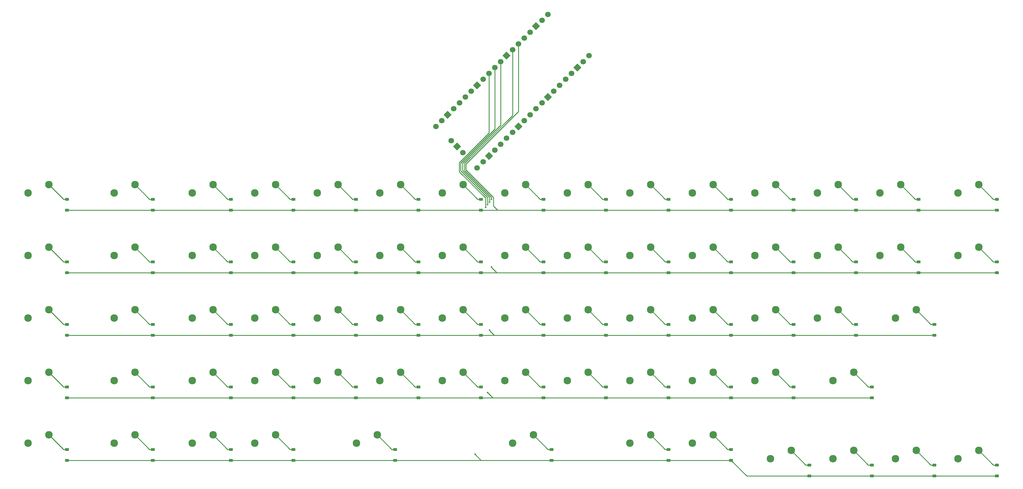
<source format=gbl>
G04 #@! TF.GenerationSoftware,KiCad,Pcbnew,8.0.4*
G04 #@! TF.CreationDate,2024-11-10T19:34:56-05:00*
G04 #@! TF.ProjectId,small-fry-pcb,736d616c-6c2d-4667-9279-2d7063622e6b,1.0*
G04 #@! TF.SameCoordinates,Original*
G04 #@! TF.FileFunction,Copper,L2,Bot*
G04 #@! TF.FilePolarity,Positive*
%FSLAX46Y46*%
G04 Gerber Fmt 4.6, Leading zero omitted, Abs format (unit mm)*
G04 Created by KiCad (PCBNEW 8.0.4) date 2024-11-10 19:34:56*
%MOMM*%
%LPD*%
G01*
G04 APERTURE LIST*
G04 Aperture macros list*
%AMRoundRect*
0 Rectangle with rounded corners*
0 $1 Rounding radius*
0 $2 $3 $4 $5 $6 $7 $8 $9 X,Y pos of 4 corners*
0 Add a 4 corners polygon primitive as box body*
4,1,4,$2,$3,$4,$5,$6,$7,$8,$9,$2,$3,0*
0 Add four circle primitives for the rounded corners*
1,1,$1+$1,$2,$3*
1,1,$1+$1,$4,$5*
1,1,$1+$1,$6,$7*
1,1,$1+$1,$8,$9*
0 Add four rect primitives between the rounded corners*
20,1,$1+$1,$2,$3,$4,$5,0*
20,1,$1+$1,$4,$5,$6,$7,0*
20,1,$1+$1,$6,$7,$8,$9,0*
20,1,$1+$1,$8,$9,$2,$3,0*%
%AMHorizOval*
0 Thick line with rounded ends*
0 $1 width*
0 $2 $3 position (X,Y) of the first rounded end (center of the circle)*
0 $4 $5 position (X,Y) of the second rounded end (center of the circle)*
0 Add line between two ends*
20,1,$1,$2,$3,$4,$5,0*
0 Add two circle primitives to create the rounded ends*
1,1,$1,$2,$3*
1,1,$1,$4,$5*%
%AMRotRect*
0 Rectangle, with rotation*
0 The origin of the aperture is its center*
0 $1 length*
0 $2 width*
0 $3 Rotation angle, in degrees counterclockwise*
0 Add horizontal line*
21,1,$1,$2,0,0,$3*%
G04 Aperture macros list end*
G04 #@! TA.AperFunction,ComponentPad*
%ADD10C,2.300000*%
G04 #@! TD*
G04 #@! TA.AperFunction,ComponentPad*
%ADD11HorizOval,1.700000X0.000000X0.000000X0.000000X0.000000X0*%
G04 #@! TD*
G04 #@! TA.AperFunction,ComponentPad*
%ADD12RotRect,1.700000X1.700000X315.000000*%
G04 #@! TD*
G04 #@! TA.AperFunction,SMDPad,CuDef*
%ADD13RoundRect,0.225000X0.375000X-0.225000X0.375000X0.225000X-0.375000X0.225000X-0.375000X-0.225000X0*%
G04 #@! TD*
G04 #@! TA.AperFunction,ViaPad*
%ADD14C,0.500000*%
G04 #@! TD*
G04 #@! TA.AperFunction,Conductor*
%ADD15C,0.250000*%
G04 #@! TD*
G04 APERTURE END LIST*
D10*
G04 #@! TO.P,MX51,1,COL*
G04 #@! TO.N,col6*
X184396250Y-134410000D03*
G04 #@! TO.P,MX51,2,ROW*
G04 #@! TO.N,Net-(D51-A)*
X190746250Y-131870000D03*
G04 #@! TD*
G04 #@! TO.P,MX44,1,COL*
G04 #@! TO.N,col13*
X322508750Y-115360000D03*
G04 #@! TO.P,MX44,2,ROW*
G04 #@! TO.N,Net-(D44-A)*
X328858750Y-112820000D03*
G04 #@! TD*
G04 #@! TO.P,MX11,1,COL*
G04 #@! TO.N,col10*
X260596250Y-77260000D03*
G04 #@! TO.P,MX11,2,ROW*
G04 #@! TO.N,Net-(D11-A)*
X266946250Y-74720000D03*
G04 #@! TD*
G04 #@! TO.P,MX23,1,COL*
G04 #@! TO.N,col7*
X203446250Y-96310000D03*
G04 #@! TO.P,MX23,2,ROW*
G04 #@! TO.N,Net-(D23-A)*
X209796250Y-93770000D03*
G04 #@! TD*
G04 #@! TO.P,MX32,1,COL*
G04 #@! TO.N,col1*
X84383750Y-115360000D03*
G04 #@! TO.P,MX32,2,ROW*
G04 #@! TO.N,Net-(D32-A)*
X90733750Y-112820000D03*
G04 #@! TD*
G04 #@! TO.P,MX59,1,COL*
G04 #@! TO.N,col1*
X84383750Y-153460000D03*
G04 #@! TO.P,MX59,2,ROW*
G04 #@! TO.N,Net-(D59-A)*
X90733750Y-150920000D03*
G04 #@! TD*
G04 #@! TO.P,MX2,1,COL*
G04 #@! TO.N,col1*
X84383750Y-77260000D03*
G04 #@! TO.P,MX2,2,ROW*
G04 #@! TO.N,Net-(D2-A)*
X90733750Y-74720000D03*
G04 #@! TD*
G04 #@! TO.P,MX1,1,COL*
G04 #@! TO.N,col0*
X58190000Y-77260000D03*
G04 #@! TO.P,MX1,2,ROW*
G04 #@! TO.N,Net-(D1-A)*
X64540000Y-74720000D03*
G04 #@! TD*
G04 #@! TO.P,MX54,1,COL*
G04 #@! TO.N,col9*
X241546250Y-134410000D03*
G04 #@! TO.P,MX54,2,ROW*
G04 #@! TO.N,Net-(D54-A)*
X247896250Y-131870000D03*
G04 #@! TD*
G04 #@! TO.P,MX5,1,COL*
G04 #@! TO.N,col4*
X146296250Y-77260000D03*
G04 #@! TO.P,MX5,2,ROW*
G04 #@! TO.N,Net-(D5-A)*
X152646250Y-74720000D03*
G04 #@! TD*
G04 #@! TO.P,MX45,1,COL*
G04 #@! TO.N,col0*
X58190000Y-134410000D03*
G04 #@! TO.P,MX45,2,ROW*
G04 #@! TO.N,Net-(D45-A)*
X64540000Y-131870000D03*
G04 #@! TD*
G04 #@! TO.P,MX62,1,COL*
G04 #@! TO.N,col5*
X158202500Y-153460000D03*
G04 #@! TO.P,MX62,2,ROW*
G04 #@! TO.N,Net-(D62-A)*
X164552500Y-150920000D03*
G04 #@! TD*
G04 #@! TO.P,MX66,1,COL*
G04 #@! TO.N,col11*
X284408750Y-158222500D03*
G04 #@! TO.P,MX66,2,ROW*
G04 #@! TO.N,Net-(D66-A)*
X290758750Y-155682500D03*
G04 #@! TD*
G04 #@! TO.P,MX50,1,COL*
G04 #@! TO.N,col5*
X165346250Y-134410000D03*
G04 #@! TO.P,MX50,2,ROW*
G04 #@! TO.N,Net-(D50-A)*
X171696250Y-131870000D03*
G04 #@! TD*
G04 #@! TO.P,MX65,1,COL*
G04 #@! TO.N,col10*
X260596250Y-153460000D03*
G04 #@! TO.P,MX65,2,ROW*
G04 #@! TO.N,Net-(D65-A)*
X266946250Y-150920000D03*
G04 #@! TD*
G04 #@! TO.P,MX34,1,COL*
G04 #@! TO.N,col3*
X127246250Y-115360000D03*
G04 #@! TO.P,MX34,2,ROW*
G04 #@! TO.N,Net-(D34-A)*
X133596250Y-112820000D03*
G04 #@! TD*
G04 #@! TO.P,MX12,1,COL*
G04 #@! TO.N,col11*
X279646250Y-77260000D03*
G04 #@! TO.P,MX12,2,ROW*
G04 #@! TO.N,Net-(D12-A)*
X285996250Y-74720000D03*
G04 #@! TD*
G04 #@! TO.P,MX35,1,COL*
G04 #@! TO.N,col4*
X146296250Y-115360000D03*
G04 #@! TO.P,MX35,2,ROW*
G04 #@! TO.N,Net-(D35-A)*
X152646250Y-112820000D03*
G04 #@! TD*
G04 #@! TO.P,MX46,1,COL*
G04 #@! TO.N,col1*
X84383750Y-134410000D03*
G04 #@! TO.P,MX46,2,ROW*
G04 #@! TO.N,Net-(D46-A)*
X90733750Y-131870000D03*
G04 #@! TD*
G04 #@! TO.P,MX9,1,COL*
G04 #@! TO.N,col8*
X222496250Y-77260000D03*
G04 #@! TO.P,MX9,2,ROW*
G04 #@! TO.N,Net-(D9-A)*
X228846250Y-74720000D03*
G04 #@! TD*
G04 #@! TO.P,MX18,1,COL*
G04 #@! TO.N,col2*
X108196250Y-96310000D03*
G04 #@! TO.P,MX18,2,ROW*
G04 #@! TO.N,Net-(D18-A)*
X114546250Y-93770000D03*
G04 #@! TD*
G04 #@! TO.P,MX57,1,COL*
G04 #@! TO.N,col12*
X303458750Y-134410000D03*
G04 #@! TO.P,MX57,2,ROW*
G04 #@! TO.N,Net-(D57-A)*
X309808750Y-131870000D03*
G04 #@! TD*
G04 #@! TO.P,MX43,1,COL*
G04 #@! TO.N,col12*
X298696250Y-115360000D03*
G04 #@! TO.P,MX43,2,ROW*
G04 #@! TO.N,Net-(D43-A)*
X305046250Y-112820000D03*
G04 #@! TD*
G04 #@! TO.P,MX3,1,COL*
G04 #@! TO.N,col2*
X108196250Y-77260000D03*
G04 #@! TO.P,MX3,2,ROW*
G04 #@! TO.N,Net-(D3-A)*
X114546250Y-74720000D03*
G04 #@! TD*
G04 #@! TO.P,MX31,1,COL*
G04 #@! TO.N,col0*
X58190000Y-115360000D03*
G04 #@! TO.P,MX31,2,ROW*
G04 #@! TO.N,Net-(D31-A)*
X64540000Y-112820000D03*
G04 #@! TD*
G04 #@! TO.P,MX37,1,COL*
G04 #@! TO.N,col6*
X184396250Y-115360000D03*
G04 #@! TO.P,MX37,2,ROW*
G04 #@! TO.N,Net-(D37-A)*
X190746250Y-112820000D03*
G04 #@! TD*
G04 #@! TO.P,MX17,1,COL*
G04 #@! TO.N,col1*
X84383750Y-96310000D03*
G04 #@! TO.P,MX17,2,ROW*
G04 #@! TO.N,Net-(D17-A)*
X90733750Y-93770000D03*
G04 #@! TD*
G04 #@! TO.P,MX36,1,COL*
G04 #@! TO.N,col5*
X165346250Y-115360000D03*
G04 #@! TO.P,MX36,2,ROW*
G04 #@! TO.N,Net-(D36-A)*
X171696250Y-112820000D03*
G04 #@! TD*
D11*
G04 #@! TO.P,U1,1,GPIO0*
G04 #@! TO.N,unconnected-(U1-GPIO0-Pad1)_1*
X216572358Y-22882924D03*
G04 #@! TO.P,U1,2,GPIO1*
G04 #@! TO.N,unconnected-(U1-GPIO1-Pad2)*
X214776307Y-24678975D03*
D12*
G04 #@! TO.P,U1,3,GND*
G04 #@! TO.N,unconnected-(U1-GND-Pad3)*
X212980256Y-26475027D03*
D11*
G04 #@! TO.P,U1,4,GPIO2*
G04 #@! TO.N,unconnected-(U1-GPIO2-Pad4)*
X211184204Y-28271078D03*
G04 #@! TO.P,U1,5,GPIO3*
G04 #@! TO.N,unconnected-(U1-GPIO3-Pad5)_1*
X209388153Y-30067129D03*
G04 #@! TO.P,U1,6,GPIO4*
G04 #@! TO.N,row0*
X207592102Y-31863180D03*
G04 #@! TO.P,U1,7,GPIO5*
G04 #@! TO.N,row1*
X205796051Y-33659231D03*
D12*
G04 #@! TO.P,U1,8,GND*
G04 #@! TO.N,unconnected-(U1-GND-Pad8)*
X203999999Y-35455283D03*
D11*
G04 #@! TO.P,U1,9,GPIO6*
G04 #@! TO.N,row2*
X202203949Y-37251334D03*
G04 #@! TO.P,U1,10,GPIO7*
G04 #@! TO.N,row3*
X200407897Y-39047385D03*
G04 #@! TO.P,U1,11,GPIO8*
G04 #@! TO.N,row4*
X198611846Y-40843436D03*
G04 #@! TO.P,U1,12,GPIO9*
G04 #@! TO.N,col6*
X196815795Y-42639488D03*
D12*
G04 #@! TO.P,U1,13,GND*
G04 #@! TO.N,unconnected-(U1-GND-Pad13)_1*
X195019744Y-44435539D03*
D11*
G04 #@! TO.P,U1,14,GPIO10*
G04 #@! TO.N,col5*
X193223692Y-46231590D03*
G04 #@! TO.P,U1,15,GPIO11*
G04 #@! TO.N,col4*
X191427642Y-48027641D03*
G04 #@! TO.P,U1,16,GPIO12*
G04 #@! TO.N,col3*
X189631590Y-49823692D03*
G04 #@! TO.P,U1,17,GPIO13*
G04 #@! TO.N,col2*
X187835539Y-51619743D03*
D12*
G04 #@! TO.P,U1,18,GND*
G04 #@! TO.N,unconnected-(U1-GND-Pad18)*
X186039488Y-53415795D03*
D11*
G04 #@! TO.P,U1,19,GPIO14*
G04 #@! TO.N,col1*
X184243437Y-55211845D03*
G04 #@! TO.P,U1,20,GPIO15*
G04 #@! TO.N,col0*
X182447385Y-57007897D03*
G04 #@! TO.P,U1,21,GPIO16*
G04 #@! TO.N,unconnected-(U1-GPIO16-Pad21)_1*
X195019744Y-69580256D03*
G04 #@! TO.P,U1,22,GPIO17*
G04 #@! TO.N,col14*
X196815795Y-67784205D03*
D12*
G04 #@! TO.P,U1,23,GND*
G04 #@! TO.N,unconnected-(U1-GND-Pad23)_1*
X198611846Y-65988153D03*
D11*
G04 #@! TO.P,U1,24,GPIO18*
G04 #@! TO.N,col13*
X200407898Y-64192102D03*
G04 #@! TO.P,U1,25,GPIO19*
G04 #@! TO.N,col12*
X202203949Y-62396051D03*
G04 #@! TO.P,U1,26,GPIO20*
G04 #@! TO.N,col11*
X204000000Y-60600000D03*
G04 #@! TO.P,U1,27,GPIO21*
G04 #@! TO.N,col10*
X205796051Y-58803949D03*
D12*
G04 #@! TO.P,U1,28,GND*
G04 #@! TO.N,unconnected-(U1-GND-Pad28)*
X207592103Y-57007897D03*
D11*
G04 #@! TO.P,U1,29,GPIO22*
G04 #@! TO.N,col9*
X209388153Y-55211846D03*
G04 #@! TO.P,U1,30,RUN*
G04 #@! TO.N,unconnected-(U1-RUN-Pad30)_1*
X211184205Y-53415795D03*
G04 #@! TO.P,U1,31,GPIO26_ADC0*
G04 #@! TO.N,col8*
X212980256Y-51619744D03*
G04 #@! TO.P,U1,32,GPIO27_ADC1*
G04 #@! TO.N,col7*
X214776307Y-49823692D03*
D12*
G04 #@! TO.P,U1,33,AGND*
G04 #@! TO.N,unconnected-(U1-AGND-Pad33)*
X216572358Y-48027641D03*
D11*
G04 #@! TO.P,U1,34,GPIO28_ADC2*
G04 #@! TO.N,unconnected-(U1-GPIO28_ADC2-Pad34)*
X218368410Y-46231590D03*
G04 #@! TO.P,U1,35,ADC_VREF*
G04 #@! TO.N,unconnected-(U1-ADC_VREF-Pad35)_1*
X220164460Y-44435539D03*
G04 #@! TO.P,U1,36,3V3*
G04 #@! TO.N,unconnected-(U1-3V3-Pad36)*
X221960512Y-42639488D03*
G04 #@! TO.P,U1,37,3V3_EN*
G04 #@! TO.N,unconnected-(U1-3V3_EN-Pad37)*
X223756563Y-40843437D03*
D12*
G04 #@! TO.P,U1,38,GND*
G04 #@! TO.N,unconnected-(U1-GND-Pad38)*
X225552614Y-39047385D03*
D11*
G04 #@! TO.P,U1,39,VSYS*
G04 #@! TO.N,unconnected-(U1-VSYS-Pad39)*
X227348665Y-37251335D03*
G04 #@! TO.P,U1,40,VBUS*
G04 #@! TO.N,unconnected-(U1-VBUS-Pad40)*
X229144717Y-35455283D03*
G04 #@! TO.P,U1,41,SWCLK*
G04 #@! TO.N,unconnected-(U1-SWCLK-Pad41)*
X187100148Y-61335390D03*
D12*
G04 #@! TO.P,U1,42,GND*
G04 #@! TO.N,unconnected-(U1-GND-Pad42)_1*
X188896199Y-63131442D03*
D11*
G04 #@! TO.P,U1,43,SWDIO*
G04 #@! TO.N,unconnected-(U1-SWDIO-Pad43)_1*
X190692249Y-64927494D03*
G04 #@! TD*
D10*
G04 #@! TO.P,MX47,1,COL*
G04 #@! TO.N,col2*
X108196250Y-134410000D03*
G04 #@! TO.P,MX47,2,ROW*
G04 #@! TO.N,Net-(D47-A)*
X114546250Y-131870000D03*
G04 #@! TD*
G04 #@! TO.P,MX25,1,COL*
G04 #@! TO.N,col9*
X241546250Y-96310000D03*
G04 #@! TO.P,MX25,2,ROW*
G04 #@! TO.N,Net-(D25-A)*
X247896250Y-93770000D03*
G04 #@! TD*
G04 #@! TO.P,MX61,1,COL*
G04 #@! TO.N,col3*
X127246250Y-153460000D03*
G04 #@! TO.P,MX61,2,ROW*
G04 #@! TO.N,Net-(D61-A)*
X133596250Y-150920000D03*
G04 #@! TD*
G04 #@! TO.P,MX26,1,COL*
G04 #@! TO.N,col10*
X260596250Y-96310000D03*
G04 #@! TO.P,MX26,2,ROW*
G04 #@! TO.N,Net-(D26-A)*
X266946250Y-93770000D03*
G04 #@! TD*
G04 #@! TO.P,MX15,1,COL*
G04 #@! TO.N,col14*
X341558750Y-77260000D03*
G04 #@! TO.P,MX15,2,ROW*
G04 #@! TO.N,Net-(D15-A)*
X347908750Y-74720000D03*
G04 #@! TD*
G04 #@! TO.P,MX58,1,COL*
G04 #@! TO.N,col0*
X58190000Y-153460000D03*
G04 #@! TO.P,MX58,2,ROW*
G04 #@! TO.N,Net-(D58-A)*
X64540000Y-150920000D03*
G04 #@! TD*
G04 #@! TO.P,MX63,1,COL*
G04 #@! TO.N,col8*
X205827500Y-153460000D03*
G04 #@! TO.P,MX63,2,ROW*
G04 #@! TO.N,Net-(D63-A)*
X212177500Y-150920000D03*
G04 #@! TD*
G04 #@! TO.P,MX28,1,COL*
G04 #@! TO.N,col12*
X298696250Y-96310000D03*
G04 #@! TO.P,MX28,2,ROW*
G04 #@! TO.N,Net-(D28-A)*
X305046250Y-93770000D03*
G04 #@! TD*
G04 #@! TO.P,MX8,1,COL*
G04 #@! TO.N,col7*
X203446250Y-77260000D03*
G04 #@! TO.P,MX8,2,ROW*
G04 #@! TO.N,Net-(D8-A)*
X209796250Y-74720000D03*
G04 #@! TD*
G04 #@! TO.P,MX10,1,COL*
G04 #@! TO.N,col9*
X241546250Y-77260000D03*
G04 #@! TO.P,MX10,2,ROW*
G04 #@! TO.N,Net-(D10-A)*
X247896250Y-74720000D03*
G04 #@! TD*
G04 #@! TO.P,MX53,1,COL*
G04 #@! TO.N,col8*
X222496250Y-134410000D03*
G04 #@! TO.P,MX53,2,ROW*
G04 #@! TO.N,Net-(D53-A)*
X228846250Y-131870000D03*
G04 #@! TD*
G04 #@! TO.P,MX64,1,COL*
G04 #@! TO.N,col9*
X241546250Y-153460000D03*
G04 #@! TO.P,MX64,2,ROW*
G04 #@! TO.N,Net-(D64-A)*
X247896250Y-150920000D03*
G04 #@! TD*
G04 #@! TO.P,MX49,1,COL*
G04 #@! TO.N,col4*
X146296250Y-134410000D03*
G04 #@! TO.P,MX49,2,ROW*
G04 #@! TO.N,Net-(D49-A)*
X152646250Y-131870000D03*
G04 #@! TD*
G04 #@! TO.P,MX27,1,COL*
G04 #@! TO.N,col11*
X279646250Y-96310000D03*
G04 #@! TO.P,MX27,2,ROW*
G04 #@! TO.N,Net-(D27-A)*
X285996250Y-93770000D03*
G04 #@! TD*
G04 #@! TO.P,MX33,1,COL*
G04 #@! TO.N,col2*
X108196250Y-115360000D03*
G04 #@! TO.P,MX33,2,ROW*
G04 #@! TO.N,Net-(D33-A)*
X114546250Y-112820000D03*
G04 #@! TD*
G04 #@! TO.P,MX21,1,COL*
G04 #@! TO.N,col5*
X165346250Y-96310000D03*
G04 #@! TO.P,MX21,2,ROW*
G04 #@! TO.N,Net-(D21-A)*
X171696250Y-93770000D03*
G04 #@! TD*
G04 #@! TO.P,MX19,1,COL*
G04 #@! TO.N,col3*
X127246250Y-96310000D03*
G04 #@! TO.P,MX19,2,ROW*
G04 #@! TO.N,Net-(D19-A)*
X133596250Y-93770000D03*
G04 #@! TD*
G04 #@! TO.P,MX55,1,COL*
G04 #@! TO.N,col10*
X260596250Y-134410000D03*
G04 #@! TO.P,MX55,2,ROW*
G04 #@! TO.N,Net-(D55-A)*
X266946250Y-131870000D03*
G04 #@! TD*
G04 #@! TO.P,MX29,1,COL*
G04 #@! TO.N,col13*
X317746250Y-96310000D03*
G04 #@! TO.P,MX29,2,ROW*
G04 #@! TO.N,Net-(D29-A)*
X324096250Y-93770000D03*
G04 #@! TD*
G04 #@! TO.P,MX7,1,COL*
G04 #@! TO.N,col6*
X184396250Y-77260000D03*
G04 #@! TO.P,MX7,2,ROW*
G04 #@! TO.N,Net-(D7-A)*
X190746250Y-74720000D03*
G04 #@! TD*
G04 #@! TO.P,MX13,1,COL*
G04 #@! TO.N,col12*
X298696250Y-77260000D03*
G04 #@! TO.P,MX13,2,ROW*
G04 #@! TO.N,Net-(D13-A)*
X305046250Y-74720000D03*
G04 #@! TD*
G04 #@! TO.P,MX4,1,COL*
G04 #@! TO.N,col3*
X127246250Y-77260000D03*
G04 #@! TO.P,MX4,2,ROW*
G04 #@! TO.N,Net-(D4-A)*
X133596250Y-74720000D03*
G04 #@! TD*
G04 #@! TO.P,MX41,1,COL*
G04 #@! TO.N,col10*
X260596250Y-115360000D03*
G04 #@! TO.P,MX41,2,ROW*
G04 #@! TO.N,Net-(D41-A)*
X266946250Y-112820000D03*
G04 #@! TD*
G04 #@! TO.P,MX52,1,COL*
G04 #@! TO.N,col7*
X203446250Y-134410000D03*
G04 #@! TO.P,MX52,2,ROW*
G04 #@! TO.N,Net-(D52-A)*
X209796250Y-131870000D03*
G04 #@! TD*
G04 #@! TO.P,MX16,1,COL*
G04 #@! TO.N,col0*
X58190000Y-96310000D03*
G04 #@! TO.P,MX16,2,ROW*
G04 #@! TO.N,Net-(D16-A)*
X64540000Y-93770000D03*
G04 #@! TD*
G04 #@! TO.P,MX20,1,COL*
G04 #@! TO.N,col4*
X146296250Y-96310000D03*
G04 #@! TO.P,MX20,2,ROW*
G04 #@! TO.N,Net-(D20-A)*
X152646250Y-93770000D03*
G04 #@! TD*
G04 #@! TO.P,MX69,1,COL*
G04 #@! TO.N,col14*
X341558750Y-158222500D03*
G04 #@! TO.P,MX69,2,ROW*
G04 #@! TO.N,Net-(D69-A)*
X347908750Y-155682500D03*
G04 #@! TD*
G04 #@! TO.P,MX6,1,COL*
G04 #@! TO.N,col5*
X165346250Y-77260000D03*
G04 #@! TO.P,MX6,2,ROW*
G04 #@! TO.N,Net-(D6-A)*
X171696250Y-74720000D03*
G04 #@! TD*
G04 #@! TO.P,MX38,1,COL*
G04 #@! TO.N,col7*
X203446250Y-115360000D03*
G04 #@! TO.P,MX38,2,ROW*
G04 #@! TO.N,Net-(D38-A)*
X209796250Y-112820000D03*
G04 #@! TD*
G04 #@! TO.P,MX68,1,COL*
G04 #@! TO.N,col13*
X322508750Y-158222500D03*
G04 #@! TO.P,MX68,2,ROW*
G04 #@! TO.N,Net-(D68-A)*
X328858750Y-155682500D03*
G04 #@! TD*
G04 #@! TO.P,MX42,1,COL*
G04 #@! TO.N,col11*
X279646250Y-115360000D03*
G04 #@! TO.P,MX42,2,ROW*
G04 #@! TO.N,Net-(D42-A)*
X285996250Y-112820000D03*
G04 #@! TD*
G04 #@! TO.P,MX60,1,COL*
G04 #@! TO.N,col2*
X108196250Y-153460000D03*
G04 #@! TO.P,MX60,2,ROW*
G04 #@! TO.N,Net-(D60-A)*
X114546250Y-150920000D03*
G04 #@! TD*
G04 #@! TO.P,MX48,1,COL*
G04 #@! TO.N,col3*
X127246250Y-134410000D03*
G04 #@! TO.P,MX48,2,ROW*
G04 #@! TO.N,Net-(D48-A)*
X133596250Y-131870000D03*
G04 #@! TD*
G04 #@! TO.P,MX67,1,COL*
G04 #@! TO.N,col12*
X303458750Y-158222500D03*
G04 #@! TO.P,MX67,2,ROW*
G04 #@! TO.N,Net-(D67-A)*
X309808750Y-155682500D03*
G04 #@! TD*
G04 #@! TO.P,MX40,1,COL*
G04 #@! TO.N,col9*
X241546250Y-115360000D03*
G04 #@! TO.P,MX40,2,ROW*
G04 #@! TO.N,Net-(D40-A)*
X247896250Y-112820000D03*
G04 #@! TD*
G04 #@! TO.P,MX39,1,COL*
G04 #@! TO.N,col8*
X222496250Y-115360000D03*
G04 #@! TO.P,MX39,2,ROW*
G04 #@! TO.N,Net-(D39-A)*
X228846250Y-112820000D03*
G04 #@! TD*
G04 #@! TO.P,MX30,1,COL*
G04 #@! TO.N,col14*
X341558750Y-96310000D03*
G04 #@! TO.P,MX30,2,ROW*
G04 #@! TO.N,Net-(D30-A)*
X347908750Y-93770000D03*
G04 #@! TD*
G04 #@! TO.P,MX56,1,COL*
G04 #@! TO.N,col11*
X279646250Y-134410000D03*
G04 #@! TO.P,MX56,2,ROW*
G04 #@! TO.N,Net-(D56-A)*
X285996250Y-131870000D03*
G04 #@! TD*
G04 #@! TO.P,MX14,1,COL*
G04 #@! TO.N,col13*
X317746250Y-77260000D03*
G04 #@! TO.P,MX14,2,ROW*
G04 #@! TO.N,Net-(D14-A)*
X324096250Y-74720000D03*
G04 #@! TD*
G04 #@! TO.P,MX24,1,COL*
G04 #@! TO.N,col8*
X222496250Y-96310000D03*
G04 #@! TO.P,MX24,2,ROW*
G04 #@! TO.N,Net-(D24-A)*
X228846250Y-93770000D03*
G04 #@! TD*
G04 #@! TO.P,MX22,1,COL*
G04 #@! TO.N,col6*
X184396250Y-96310000D03*
G04 #@! TO.P,MX22,2,ROW*
G04 #@! TO.N,Net-(D22-A)*
X190746250Y-93770000D03*
G04 #@! TD*
D13*
G04 #@! TO.P,D29,1,K*
G04 #@! TO.N,row1*
X329556250Y-101500000D03*
G04 #@! TO.P,D29,2,A*
G04 #@! TO.N,Net-(D29-A)*
X329556250Y-98200000D03*
G04 #@! TD*
G04 #@! TO.P,D30,1,K*
G04 #@! TO.N,row1*
X353368750Y-101500000D03*
G04 #@! TO.P,D30,2,A*
G04 #@! TO.N,Net-(D30-A)*
X353368750Y-98200000D03*
G04 #@! TD*
G04 #@! TO.P,D55,1,K*
G04 #@! TO.N,row3*
X272406250Y-139600000D03*
G04 #@! TO.P,D55,2,A*
G04 #@! TO.N,Net-(D55-A)*
X272406250Y-136300000D03*
G04 #@! TD*
G04 #@! TO.P,D11,1,K*
G04 #@! TO.N,row0*
X272406250Y-82450000D03*
G04 #@! TO.P,D11,2,A*
G04 #@! TO.N,Net-(D11-A)*
X272406250Y-79150000D03*
G04 #@! TD*
G04 #@! TO.P,D20,1,K*
G04 #@! TO.N,row1*
X158106250Y-101500000D03*
G04 #@! TO.P,D20,2,A*
G04 #@! TO.N,Net-(D20-A)*
X158106250Y-98200000D03*
G04 #@! TD*
G04 #@! TO.P,D25,1,K*
G04 #@! TO.N,row1*
X253356250Y-101500000D03*
G04 #@! TO.P,D25,2,A*
G04 #@! TO.N,Net-(D25-A)*
X253356250Y-98200000D03*
G04 #@! TD*
G04 #@! TO.P,D63,1,K*
G04 #@! TO.N,row4*
X217637500Y-158650000D03*
G04 #@! TO.P,D63,2,A*
G04 #@! TO.N,Net-(D63-A)*
X217637500Y-155350000D03*
G04 #@! TD*
G04 #@! TO.P,D18,1,K*
G04 #@! TO.N,row1*
X120006250Y-101500000D03*
G04 #@! TO.P,D18,2,A*
G04 #@! TO.N,Net-(D18-A)*
X120006250Y-98200000D03*
G04 #@! TD*
G04 #@! TO.P,D60,1,K*
G04 #@! TO.N,row4*
X120006250Y-158650000D03*
G04 #@! TO.P,D60,2,A*
G04 #@! TO.N,Net-(D60-A)*
X120006250Y-155350000D03*
G04 #@! TD*
G04 #@! TO.P,D26,1,K*
G04 #@! TO.N,row1*
X272406250Y-101500000D03*
G04 #@! TO.P,D26,2,A*
G04 #@! TO.N,Net-(D26-A)*
X272406250Y-98200000D03*
G04 #@! TD*
G04 #@! TO.P,D6,1,K*
G04 #@! TO.N,row0*
X177156250Y-82450000D03*
G04 #@! TO.P,D6,2,A*
G04 #@! TO.N,Net-(D6-A)*
X177156250Y-79150000D03*
G04 #@! TD*
G04 #@! TO.P,D34,1,K*
G04 #@! TO.N,row2*
X139056250Y-120550000D03*
G04 #@! TO.P,D34,2,A*
G04 #@! TO.N,Net-(D34-A)*
X139056250Y-117250000D03*
G04 #@! TD*
G04 #@! TO.P,D32,1,K*
G04 #@! TO.N,row2*
X96193750Y-120550000D03*
G04 #@! TO.P,D32,2,A*
G04 #@! TO.N,Net-(D32-A)*
X96193750Y-117250000D03*
G04 #@! TD*
G04 #@! TO.P,D57,1,K*
G04 #@! TO.N,row3*
X315268750Y-139600000D03*
G04 #@! TO.P,D57,2,A*
G04 #@! TO.N,Net-(D57-A)*
X315268750Y-136300000D03*
G04 #@! TD*
G04 #@! TO.P,D41,1,K*
G04 #@! TO.N,row2*
X272406250Y-120550000D03*
G04 #@! TO.P,D41,2,A*
G04 #@! TO.N,Net-(D41-A)*
X272406250Y-117250000D03*
G04 #@! TD*
G04 #@! TO.P,D35,1,K*
G04 #@! TO.N,row2*
X158106250Y-120550000D03*
G04 #@! TO.P,D35,2,A*
G04 #@! TO.N,Net-(D35-A)*
X158106250Y-117250000D03*
G04 #@! TD*
G04 #@! TO.P,D56,1,K*
G04 #@! TO.N,row3*
X291456250Y-139600000D03*
G04 #@! TO.P,D56,2,A*
G04 #@! TO.N,Net-(D56-A)*
X291456250Y-136300000D03*
G04 #@! TD*
G04 #@! TO.P,D47,1,K*
G04 #@! TO.N,row3*
X120006250Y-139600000D03*
G04 #@! TO.P,D47,2,A*
G04 #@! TO.N,Net-(D47-A)*
X120006250Y-136300000D03*
G04 #@! TD*
G04 #@! TO.P,D4,1,K*
G04 #@! TO.N,row0*
X139056250Y-82450000D03*
G04 #@! TO.P,D4,2,A*
G04 #@! TO.N,Net-(D4-A)*
X139056250Y-79150000D03*
G04 #@! TD*
G04 #@! TO.P,D24,1,K*
G04 #@! TO.N,row1*
X234306250Y-101500000D03*
G04 #@! TO.P,D24,2,A*
G04 #@! TO.N,Net-(D24-A)*
X234306250Y-98200000D03*
G04 #@! TD*
G04 #@! TO.P,D40,1,K*
G04 #@! TO.N,row2*
X253356250Y-120550000D03*
G04 #@! TO.P,D40,2,A*
G04 #@! TO.N,Net-(D40-A)*
X253356250Y-117250000D03*
G04 #@! TD*
G04 #@! TO.P,D44,1,K*
G04 #@! TO.N,row2*
X334318750Y-120550000D03*
G04 #@! TO.P,D44,2,A*
G04 #@! TO.N,Net-(D44-A)*
X334318750Y-117250000D03*
G04 #@! TD*
G04 #@! TO.P,D9,1,K*
G04 #@! TO.N,row0*
X234306250Y-82450000D03*
G04 #@! TO.P,D9,2,A*
G04 #@! TO.N,Net-(D9-A)*
X234306250Y-79150000D03*
G04 #@! TD*
G04 #@! TO.P,D2,1,K*
G04 #@! TO.N,row0*
X96193750Y-82450000D03*
G04 #@! TO.P,D2,2,A*
G04 #@! TO.N,Net-(D2-A)*
X96193750Y-79150000D03*
G04 #@! TD*
G04 #@! TO.P,D54,1,K*
G04 #@! TO.N,row3*
X253356250Y-139600000D03*
G04 #@! TO.P,D54,2,A*
G04 #@! TO.N,Net-(D54-A)*
X253356250Y-136300000D03*
G04 #@! TD*
G04 #@! TO.P,D65,1,K*
G04 #@! TO.N,row4*
X272406250Y-158650000D03*
G04 #@! TO.P,D65,2,A*
G04 #@! TO.N,Net-(D65-A)*
X272406250Y-155350000D03*
G04 #@! TD*
G04 #@! TO.P,D64,1,K*
G04 #@! TO.N,row4*
X253356250Y-158650000D03*
G04 #@! TO.P,D64,2,A*
G04 #@! TO.N,Net-(D64-A)*
X253356250Y-155350000D03*
G04 #@! TD*
G04 #@! TO.P,D59,1,K*
G04 #@! TO.N,row4*
X96193750Y-158650000D03*
G04 #@! TO.P,D59,2,A*
G04 #@! TO.N,Net-(D59-A)*
X96193750Y-155350000D03*
G04 #@! TD*
G04 #@! TO.P,D67,1,K*
G04 #@! TO.N,row4*
X315268750Y-163412500D03*
G04 #@! TO.P,D67,2,A*
G04 #@! TO.N,Net-(D67-A)*
X315268750Y-160112500D03*
G04 #@! TD*
G04 #@! TO.P,D21,1,K*
G04 #@! TO.N,row1*
X177156250Y-101500000D03*
G04 #@! TO.P,D21,2,A*
G04 #@! TO.N,Net-(D21-A)*
X177156250Y-98200000D03*
G04 #@! TD*
G04 #@! TO.P,D27,1,K*
G04 #@! TO.N,row1*
X291456250Y-101500000D03*
G04 #@! TO.P,D27,2,A*
G04 #@! TO.N,Net-(D27-A)*
X291456250Y-98200000D03*
G04 #@! TD*
G04 #@! TO.P,D53,1,K*
G04 #@! TO.N,row3*
X234306250Y-139600000D03*
G04 #@! TO.P,D53,2,A*
G04 #@! TO.N,Net-(D53-A)*
X234306250Y-136300000D03*
G04 #@! TD*
G04 #@! TO.P,D52,1,K*
G04 #@! TO.N,row3*
X215256250Y-139600000D03*
G04 #@! TO.P,D52,2,A*
G04 #@! TO.N,Net-(D52-A)*
X215256250Y-136300000D03*
G04 #@! TD*
G04 #@! TO.P,D31,1,K*
G04 #@! TO.N,row2*
X70000000Y-120550000D03*
G04 #@! TO.P,D31,2,A*
G04 #@! TO.N,Net-(D31-A)*
X70000000Y-117250000D03*
G04 #@! TD*
G04 #@! TO.P,D38,1,K*
G04 #@! TO.N,row2*
X215256250Y-120550000D03*
G04 #@! TO.P,D38,2,A*
G04 #@! TO.N,Net-(D38-A)*
X215256250Y-117250000D03*
G04 #@! TD*
G04 #@! TO.P,D14,1,K*
G04 #@! TO.N,row0*
X329556250Y-82450000D03*
G04 #@! TO.P,D14,2,A*
G04 #@! TO.N,Net-(D14-A)*
X329556250Y-79150000D03*
G04 #@! TD*
G04 #@! TO.P,D22,1,K*
G04 #@! TO.N,row1*
X196206250Y-101500000D03*
G04 #@! TO.P,D22,2,A*
G04 #@! TO.N,Net-(D22-A)*
X196206250Y-98200000D03*
G04 #@! TD*
G04 #@! TO.P,D12,1,K*
G04 #@! TO.N,row0*
X291456250Y-82450000D03*
G04 #@! TO.P,D12,2,A*
G04 #@! TO.N,Net-(D12-A)*
X291456250Y-79150000D03*
G04 #@! TD*
G04 #@! TO.P,D58,1,K*
G04 #@! TO.N,row4*
X70000000Y-158650000D03*
G04 #@! TO.P,D58,2,A*
G04 #@! TO.N,Net-(D58-A)*
X70000000Y-155350000D03*
G04 #@! TD*
G04 #@! TO.P,D50,1,K*
G04 #@! TO.N,row3*
X177156250Y-139600000D03*
G04 #@! TO.P,D50,2,A*
G04 #@! TO.N,Net-(D50-A)*
X177156250Y-136300000D03*
G04 #@! TD*
G04 #@! TO.P,D17,1,K*
G04 #@! TO.N,row1*
X96193750Y-101500000D03*
G04 #@! TO.P,D17,2,A*
G04 #@! TO.N,Net-(D17-A)*
X96193750Y-98200000D03*
G04 #@! TD*
G04 #@! TO.P,D10,1,K*
G04 #@! TO.N,row0*
X253356250Y-82450000D03*
G04 #@! TO.P,D10,2,A*
G04 #@! TO.N,Net-(D10-A)*
X253356250Y-79150000D03*
G04 #@! TD*
G04 #@! TO.P,D43,1,K*
G04 #@! TO.N,row2*
X310506250Y-120550000D03*
G04 #@! TO.P,D43,2,A*
G04 #@! TO.N,Net-(D43-A)*
X310506250Y-117250000D03*
G04 #@! TD*
G04 #@! TO.P,D49,1,K*
G04 #@! TO.N,row3*
X158106250Y-139600000D03*
G04 #@! TO.P,D49,2,A*
G04 #@! TO.N,Net-(D49-A)*
X158106250Y-136300000D03*
G04 #@! TD*
G04 #@! TO.P,D51,1,K*
G04 #@! TO.N,row3*
X196206250Y-139600000D03*
G04 #@! TO.P,D51,2,A*
G04 #@! TO.N,Net-(D51-A)*
X196206250Y-136300000D03*
G04 #@! TD*
G04 #@! TO.P,D3,1,K*
G04 #@! TO.N,row0*
X120006250Y-82450000D03*
G04 #@! TO.P,D3,2,A*
G04 #@! TO.N,Net-(D3-A)*
X120006250Y-79150000D03*
G04 #@! TD*
G04 #@! TO.P,D66,1,K*
G04 #@! TO.N,row4*
X296218750Y-163412500D03*
G04 #@! TO.P,D66,2,A*
G04 #@! TO.N,Net-(D66-A)*
X296218750Y-160112500D03*
G04 #@! TD*
G04 #@! TO.P,D45,1,K*
G04 #@! TO.N,row3*
X70000000Y-139600000D03*
G04 #@! TO.P,D45,2,A*
G04 #@! TO.N,Net-(D45-A)*
X70000000Y-136300000D03*
G04 #@! TD*
G04 #@! TO.P,D15,1,K*
G04 #@! TO.N,row0*
X353368750Y-82450000D03*
G04 #@! TO.P,D15,2,A*
G04 #@! TO.N,Net-(D15-A)*
X353368750Y-79150000D03*
G04 #@! TD*
G04 #@! TO.P,D42,1,K*
G04 #@! TO.N,row2*
X291456250Y-120550000D03*
G04 #@! TO.P,D42,2,A*
G04 #@! TO.N,Net-(D42-A)*
X291456250Y-117250000D03*
G04 #@! TD*
G04 #@! TO.P,D48,1,K*
G04 #@! TO.N,row3*
X139056250Y-139600000D03*
G04 #@! TO.P,D48,2,A*
G04 #@! TO.N,Net-(D48-A)*
X139056250Y-136300000D03*
G04 #@! TD*
G04 #@! TO.P,D1,1,K*
G04 #@! TO.N,row0*
X70000000Y-82450000D03*
G04 #@! TO.P,D1,2,A*
G04 #@! TO.N,Net-(D1-A)*
X70000000Y-79150000D03*
G04 #@! TD*
G04 #@! TO.P,D68,1,K*
G04 #@! TO.N,row4*
X334318750Y-163412500D03*
G04 #@! TO.P,D68,2,A*
G04 #@! TO.N,Net-(D68-A)*
X334318750Y-160112500D03*
G04 #@! TD*
G04 #@! TO.P,D61,1,K*
G04 #@! TO.N,row4*
X139056250Y-158650000D03*
G04 #@! TO.P,D61,2,A*
G04 #@! TO.N,Net-(D61-A)*
X139056250Y-155350000D03*
G04 #@! TD*
G04 #@! TO.P,D19,1,K*
G04 #@! TO.N,row1*
X139056250Y-101500000D03*
G04 #@! TO.P,D19,2,A*
G04 #@! TO.N,Net-(D19-A)*
X139056250Y-98200000D03*
G04 #@! TD*
G04 #@! TO.P,D69,1,K*
G04 #@! TO.N,row4*
X353368750Y-163412500D03*
G04 #@! TO.P,D69,2,A*
G04 #@! TO.N,Net-(D69-A)*
X353368750Y-160112500D03*
G04 #@! TD*
G04 #@! TO.P,D16,1,K*
G04 #@! TO.N,row1*
X70000000Y-101500000D03*
G04 #@! TO.P,D16,2,A*
G04 #@! TO.N,Net-(D16-A)*
X70000000Y-98200000D03*
G04 #@! TD*
G04 #@! TO.P,D5,1,K*
G04 #@! TO.N,row0*
X158106250Y-82450000D03*
G04 #@! TO.P,D5,2,A*
G04 #@! TO.N,Net-(D5-A)*
X158106250Y-79150000D03*
G04 #@! TD*
G04 #@! TO.P,D33,1,K*
G04 #@! TO.N,row2*
X120006250Y-120550000D03*
G04 #@! TO.P,D33,2,A*
G04 #@! TO.N,Net-(D33-A)*
X120006250Y-117250000D03*
G04 #@! TD*
G04 #@! TO.P,D8,1,K*
G04 #@! TO.N,row0*
X215256250Y-82450000D03*
G04 #@! TO.P,D8,2,A*
G04 #@! TO.N,Net-(D8-A)*
X215256250Y-79150000D03*
G04 #@! TD*
G04 #@! TO.P,D37,1,K*
G04 #@! TO.N,row2*
X196206250Y-120550000D03*
G04 #@! TO.P,D37,2,A*
G04 #@! TO.N,Net-(D37-A)*
X196206250Y-117250000D03*
G04 #@! TD*
G04 #@! TO.P,D46,1,K*
G04 #@! TO.N,row3*
X96193750Y-139600000D03*
G04 #@! TO.P,D46,2,A*
G04 #@! TO.N,Net-(D46-A)*
X96193750Y-136300000D03*
G04 #@! TD*
G04 #@! TO.P,D62,1,K*
G04 #@! TO.N,row4*
X170012500Y-158650000D03*
G04 #@! TO.P,D62,2,A*
G04 #@! TO.N,Net-(D62-A)*
X170012500Y-155350000D03*
G04 #@! TD*
G04 #@! TO.P,D39,1,K*
G04 #@! TO.N,row2*
X234306250Y-120550000D03*
G04 #@! TO.P,D39,2,A*
G04 #@! TO.N,Net-(D39-A)*
X234306250Y-117250000D03*
G04 #@! TD*
G04 #@! TO.P,D7,1,K*
G04 #@! TO.N,row0*
X196206250Y-82450000D03*
G04 #@! TO.P,D7,2,A*
G04 #@! TO.N,Net-(D7-A)*
X196206250Y-79150000D03*
G04 #@! TD*
G04 #@! TO.P,D23,1,K*
G04 #@! TO.N,row1*
X215256250Y-101500000D03*
G04 #@! TO.P,D23,2,A*
G04 #@! TO.N,Net-(D23-A)*
X215256250Y-98200000D03*
G04 #@! TD*
G04 #@! TO.P,D28,1,K*
G04 #@! TO.N,row1*
X310506250Y-101500000D03*
G04 #@! TO.P,D28,2,A*
G04 #@! TO.N,Net-(D28-A)*
X310506250Y-98200000D03*
G04 #@! TD*
G04 #@! TO.P,D13,1,K*
G04 #@! TO.N,row0*
X310506250Y-82450000D03*
G04 #@! TO.P,D13,2,A*
G04 #@! TO.N,Net-(D13-A)*
X310506250Y-79150000D03*
G04 #@! TD*
G04 #@! TO.P,D36,1,K*
G04 #@! TO.N,row2*
X177156250Y-120550000D03*
G04 #@! TO.P,D36,2,A*
G04 #@! TO.N,Net-(D36-A)*
X177156250Y-117250000D03*
G04 #@! TD*
D14*
G04 #@! TO.N,row1*
X199400000Y-79200000D03*
X199400000Y-99800000D03*
G04 #@! TO.N,row2*
X198800000Y-119000000D03*
X198800000Y-80000000D03*
G04 #@! TO.N,row4*
X194400000Y-156850000D03*
X197600000Y-81600000D03*
G04 #@! TO.N,row3*
X198200000Y-80800000D03*
X198200000Y-138000000D03*
G04 #@! TD*
D15*
G04 #@! TO.N,row0*
X200000000Y-78600000D02*
X191600000Y-70200000D01*
X272406250Y-82450000D02*
X291456250Y-82450000D01*
X207592102Y-52448314D02*
X207592102Y-31863180D01*
X200000000Y-81200000D02*
X200000000Y-78600000D01*
X291456250Y-82450000D02*
X310506250Y-82450000D01*
X191600000Y-70200000D02*
X191600000Y-68440416D01*
X310506250Y-82450000D02*
X329556250Y-82450000D01*
X120006250Y-82450000D02*
X96193750Y-82450000D01*
X253356250Y-82450000D02*
X272406250Y-82450000D01*
X196206250Y-82450000D02*
X201800000Y-82450000D01*
X253356250Y-82450000D02*
X234306250Y-82450000D01*
X177156250Y-82450000D02*
X196206250Y-82450000D01*
X201250000Y-82450000D02*
X200000000Y-81200000D01*
X120006250Y-82450000D02*
X139056250Y-82450000D01*
X329556250Y-82450000D02*
X353368750Y-82450000D01*
X158106250Y-82450000D02*
X177156250Y-82450000D01*
X201800000Y-82450000D02*
X215256250Y-82450000D01*
X158106250Y-82450000D02*
X139056250Y-82450000D01*
X215256250Y-82450000D02*
X234306250Y-82450000D01*
X70000000Y-82450000D02*
X96193750Y-82450000D01*
X191600000Y-68440416D02*
X207592102Y-52448314D01*
G04 #@! TO.N,Net-(D1-A)*
X70000000Y-79150000D02*
X68970000Y-79150000D01*
X68970000Y-79150000D02*
X64540000Y-74720000D01*
G04 #@! TO.N,Net-(D2-A)*
X95163750Y-79150000D02*
X90733750Y-74720000D01*
X96193750Y-79150000D02*
X95163750Y-79150000D01*
G04 #@! TO.N,Net-(D3-A)*
X118976250Y-79150000D02*
X120006250Y-79150000D01*
X114546250Y-74720000D02*
X118976250Y-79150000D01*
G04 #@! TO.N,Net-(D4-A)*
X133596250Y-74720000D02*
X138026250Y-79150000D01*
X138026250Y-79150000D02*
X139056250Y-79150000D01*
G04 #@! TO.N,Net-(D5-A)*
X157076250Y-79150000D02*
X158106250Y-79150000D01*
X152646250Y-74720000D02*
X157076250Y-79150000D01*
G04 #@! TO.N,Net-(D6-A)*
X176126250Y-79150000D02*
X171696250Y-74720000D01*
X177156250Y-79150000D02*
X176126250Y-79150000D01*
G04 #@! TO.N,Net-(D7-A)*
X190746250Y-74720000D02*
X195176250Y-79150000D01*
X195176250Y-79150000D02*
X196206250Y-79150000D01*
G04 #@! TO.N,Net-(D8-A)*
X214226250Y-79150000D02*
X215256250Y-79150000D01*
X209796250Y-74720000D02*
X214226250Y-79150000D01*
G04 #@! TO.N,Net-(D9-A)*
X233276250Y-79150000D02*
X234306250Y-79150000D01*
X228846250Y-74720000D02*
X233276250Y-79150000D01*
G04 #@! TO.N,Net-(D10-A)*
X247896250Y-74720000D02*
X252326250Y-79150000D01*
X252326250Y-79150000D02*
X253356250Y-79150000D01*
G04 #@! TO.N,Net-(D11-A)*
X271376250Y-79150000D02*
X272406250Y-79150000D01*
X266946250Y-74720000D02*
X271376250Y-79150000D01*
G04 #@! TO.N,Net-(D12-A)*
X285996250Y-74720000D02*
X290426250Y-79150000D01*
X290426250Y-79150000D02*
X291456250Y-79150000D01*
G04 #@! TO.N,Net-(D13-A)*
X305046250Y-74720000D02*
X309476250Y-79150000D01*
X309476250Y-79150000D02*
X310506250Y-79150000D01*
G04 #@! TO.N,Net-(D14-A)*
X328526250Y-79150000D02*
X329556250Y-79150000D01*
X324096250Y-74720000D02*
X328526250Y-79150000D01*
G04 #@! TO.N,Net-(D15-A)*
X352338750Y-79150000D02*
X353368750Y-79150000D01*
X347908750Y-74720000D02*
X352338750Y-79150000D01*
G04 #@! TO.N,row1*
X196206250Y-101500000D02*
X201000000Y-101500000D01*
X96193750Y-101500000D02*
X120006250Y-101500000D01*
X310506250Y-101500000D02*
X329556250Y-101500000D01*
X201000000Y-101500000D02*
X215256250Y-101500000D01*
X120006250Y-101500000D02*
X139056250Y-101500000D01*
X199400000Y-78600000D02*
X191200000Y-70400000D01*
X199400000Y-79200000D02*
X199400000Y-78600000D01*
X205796051Y-53603949D02*
X205796051Y-33659231D01*
X253356250Y-101500000D02*
X272406250Y-101500000D01*
X215256250Y-101500000D02*
X234306250Y-101500000D01*
X191200000Y-68200000D02*
X205796051Y-53603949D01*
X191200000Y-70400000D02*
X191200000Y-68200000D01*
X177156250Y-101500000D02*
X196206250Y-101500000D01*
X199400000Y-99900000D02*
X201000000Y-101500000D01*
X139056250Y-101500000D02*
X158106250Y-101500000D01*
X272406250Y-101500000D02*
X291456250Y-101500000D01*
X234306250Y-101500000D02*
X253356250Y-101500000D01*
X199400000Y-99800000D02*
X199400000Y-99900000D01*
X291456250Y-101500000D02*
X310506250Y-101500000D01*
X70000000Y-101500000D02*
X96193750Y-101500000D01*
X158106250Y-101500000D02*
X177156250Y-101500000D01*
X329556250Y-101500000D02*
X353368750Y-101500000D01*
G04 #@! TO.N,Net-(D16-A)*
X68970000Y-98200000D02*
X70000000Y-98200000D01*
X64540000Y-93770000D02*
X68970000Y-98200000D01*
G04 #@! TO.N,Net-(D17-A)*
X95163750Y-98200000D02*
X96193750Y-98200000D01*
X90733750Y-93770000D02*
X95163750Y-98200000D01*
G04 #@! TO.N,Net-(D18-A)*
X118976250Y-98200000D02*
X120006250Y-98200000D01*
X114546250Y-93770000D02*
X118976250Y-98200000D01*
G04 #@! TO.N,Net-(D19-A)*
X133596250Y-93770000D02*
X138026250Y-98200000D01*
X138026250Y-98200000D02*
X139056250Y-98200000D01*
G04 #@! TO.N,Net-(D20-A)*
X152646250Y-93770000D02*
X157076250Y-98200000D01*
X157076250Y-98200000D02*
X158106250Y-98200000D01*
G04 #@! TO.N,Net-(D21-A)*
X171696250Y-93770000D02*
X176126250Y-98200000D01*
X176126250Y-98200000D02*
X177156250Y-98200000D01*
G04 #@! TO.N,Net-(D22-A)*
X195176250Y-98200000D02*
X196206250Y-98200000D01*
X190746250Y-93770000D02*
X195176250Y-98200000D01*
G04 #@! TO.N,Net-(D23-A)*
X209796250Y-93770000D02*
X214226250Y-98200000D01*
X214226250Y-98200000D02*
X215256250Y-98200000D01*
G04 #@! TO.N,Net-(D24-A)*
X233276250Y-98200000D02*
X234306250Y-98200000D01*
X228846250Y-93770000D02*
X233276250Y-98200000D01*
G04 #@! TO.N,Net-(D25-A)*
X247896250Y-93770000D02*
X252326250Y-98200000D01*
X252326250Y-98200000D02*
X253356250Y-98200000D01*
G04 #@! TO.N,Net-(D26-A)*
X266946250Y-93770000D02*
X271376250Y-98200000D01*
X271376250Y-98200000D02*
X272406250Y-98200000D01*
G04 #@! TO.N,Net-(D27-A)*
X290426250Y-98200000D02*
X291456250Y-98200000D01*
X285996250Y-93770000D02*
X290426250Y-98200000D01*
G04 #@! TO.N,Net-(D28-A)*
X309476250Y-98200000D02*
X310506250Y-98200000D01*
X305046250Y-93770000D02*
X309476250Y-98200000D01*
G04 #@! TO.N,Net-(D29-A)*
X324096250Y-93770000D02*
X328526250Y-98200000D01*
X328526250Y-98200000D02*
X329556250Y-98200000D01*
G04 #@! TO.N,Net-(D30-A)*
X352338750Y-98200000D02*
X353368750Y-98200000D01*
X347908750Y-93770000D02*
X352338750Y-98200000D01*
G04 #@! TO.N,Net-(D31-A)*
X68970000Y-117250000D02*
X70000000Y-117250000D01*
X64540000Y-112820000D02*
X68970000Y-117250000D01*
G04 #@! TO.N,row2*
X334318750Y-120550000D02*
X310506250Y-120550000D01*
X291456250Y-120550000D02*
X310506250Y-120550000D01*
X234306250Y-120550000D02*
X253356250Y-120550000D01*
X253356250Y-120550000D02*
X272406250Y-120550000D01*
X96193750Y-120550000D02*
X120006250Y-120550000D01*
X198800000Y-119150000D02*
X200200000Y-120550000D01*
X198800000Y-119000000D02*
X198800000Y-119150000D01*
X190600000Y-68200000D02*
X202203949Y-56596051D01*
X190600000Y-70400000D02*
X190600000Y-68200000D01*
X177156250Y-120550000D02*
X196206250Y-120550000D01*
X215256250Y-120550000D02*
X234306250Y-120550000D01*
X196206250Y-120550000D02*
X200200000Y-120550000D01*
X198800000Y-78600000D02*
X190600000Y-70400000D01*
X158106250Y-120550000D02*
X177156250Y-120550000D01*
X120006250Y-120550000D02*
X139056250Y-120550000D01*
X272406250Y-120550000D02*
X291456250Y-120550000D01*
X70000000Y-120550000D02*
X96193750Y-120550000D01*
X202203949Y-56596051D02*
X202203949Y-37251334D01*
X200200000Y-120550000D02*
X215256250Y-120550000D01*
X198800000Y-80000000D02*
X198800000Y-78600000D01*
X139056250Y-120550000D02*
X158106250Y-120550000D01*
G04 #@! TO.N,Net-(D32-A)*
X90733750Y-112820000D02*
X95163750Y-117250000D01*
X95163750Y-117250000D02*
X96193750Y-117250000D01*
G04 #@! TO.N,Net-(D33-A)*
X118976250Y-117250000D02*
X120006250Y-117250000D01*
X114546250Y-112820000D02*
X118976250Y-117250000D01*
G04 #@! TO.N,Net-(D34-A)*
X138026250Y-117250000D02*
X139056250Y-117250000D01*
X133596250Y-112820000D02*
X138026250Y-117250000D01*
G04 #@! TO.N,Net-(D35-A)*
X157076250Y-117250000D02*
X158106250Y-117250000D01*
X152646250Y-112820000D02*
X157076250Y-117250000D01*
G04 #@! TO.N,Net-(D36-A)*
X176126250Y-117250000D02*
X177156250Y-117250000D01*
X171696250Y-112820000D02*
X176126250Y-117250000D01*
G04 #@! TO.N,Net-(D37-A)*
X195176250Y-117250000D02*
X196206250Y-117250000D01*
X190746250Y-112820000D02*
X195176250Y-117250000D01*
G04 #@! TO.N,Net-(D38-A)*
X209796250Y-112820000D02*
X214226250Y-117250000D01*
X214226250Y-117250000D02*
X215256250Y-117250000D01*
G04 #@! TO.N,Net-(D39-A)*
X233276250Y-117250000D02*
X234306250Y-117250000D01*
X228846250Y-112820000D02*
X233276250Y-117250000D01*
G04 #@! TO.N,Net-(D40-A)*
X247896250Y-112820000D02*
X252326250Y-117250000D01*
X252326250Y-117250000D02*
X253356250Y-117250000D01*
G04 #@! TO.N,Net-(D41-A)*
X271376250Y-117250000D02*
X272406250Y-117250000D01*
X266946250Y-112820000D02*
X271376250Y-117250000D01*
G04 #@! TO.N,Net-(D42-A)*
X290426250Y-117250000D02*
X291456250Y-117250000D01*
X285996250Y-112820000D02*
X290426250Y-117250000D01*
G04 #@! TO.N,Net-(D43-A)*
X309476250Y-117250000D02*
X310506250Y-117250000D01*
X305046250Y-112820000D02*
X309476250Y-117250000D01*
G04 #@! TO.N,Net-(D44-A)*
X333288750Y-117250000D02*
X334318750Y-117250000D01*
X328858750Y-112820000D02*
X333288750Y-117250000D01*
G04 #@! TO.N,Net-(D45-A)*
X68970000Y-136300000D02*
X70000000Y-136300000D01*
X64540000Y-131870000D02*
X68970000Y-136300000D01*
G04 #@! TO.N,Net-(D46-A)*
X95163750Y-136300000D02*
X96193750Y-136300000D01*
X90733750Y-131870000D02*
X95163750Y-136300000D01*
G04 #@! TO.N,Net-(D47-A)*
X118976250Y-136300000D02*
X120006250Y-136300000D01*
X114546250Y-131870000D02*
X118976250Y-136300000D01*
G04 #@! TO.N,Net-(D48-A)*
X138026250Y-136300000D02*
X139056250Y-136300000D01*
X133596250Y-131870000D02*
X138026250Y-136300000D01*
G04 #@! TO.N,Net-(D49-A)*
X152646250Y-131870000D02*
X157076250Y-136300000D01*
X157076250Y-136300000D02*
X158106250Y-136300000D01*
G04 #@! TO.N,Net-(D50-A)*
X171696250Y-131870000D02*
X176126250Y-136300000D01*
X176126250Y-136300000D02*
X177156250Y-136300000D01*
G04 #@! TO.N,Net-(D51-A)*
X190746250Y-131870000D02*
X195176250Y-136300000D01*
X195176250Y-136300000D02*
X196206250Y-136300000D01*
G04 #@! TO.N,Net-(D52-A)*
X209796250Y-131870000D02*
X214226250Y-136300000D01*
X214226250Y-136300000D02*
X215256250Y-136300000D01*
G04 #@! TO.N,Net-(D53-A)*
X233276250Y-136300000D02*
X228846250Y-131870000D01*
X234306250Y-136300000D02*
X233276250Y-136300000D01*
G04 #@! TO.N,Net-(D54-A)*
X252326250Y-136300000D02*
X247896250Y-131870000D01*
X253356250Y-136300000D02*
X252326250Y-136300000D01*
G04 #@! TO.N,Net-(D55-A)*
X266946250Y-131870000D02*
X271376250Y-136300000D01*
X271376250Y-136300000D02*
X272406250Y-136300000D01*
G04 #@! TO.N,Net-(D56-A)*
X290426250Y-136300000D02*
X285996250Y-131870000D01*
X291456250Y-136300000D02*
X290426250Y-136300000D01*
G04 #@! TO.N,Net-(D57-A)*
X309808750Y-131870000D02*
X314238750Y-136300000D01*
X314238750Y-136300000D02*
X315268750Y-136300000D01*
G04 #@! TO.N,row4*
X170012500Y-158650000D02*
X139056250Y-158650000D01*
X170012500Y-158650000D02*
X192600000Y-158650000D01*
X189600000Y-70800000D02*
X189600000Y-68000000D01*
X315268750Y-163412500D02*
X296218750Y-163412500D01*
X196200000Y-158650000D02*
X203200000Y-158650000D01*
X353368750Y-163412500D02*
X334318750Y-163412500D01*
X296218750Y-163412500D02*
X277168750Y-163412500D01*
X194400000Y-156850000D02*
X196200000Y-158650000D01*
X334318750Y-163412500D02*
X315268750Y-163412500D01*
X272406250Y-158650000D02*
X253356250Y-158650000D01*
X217637500Y-158650000D02*
X253356250Y-158650000D01*
X197600000Y-81600000D02*
X197600000Y-78800000D01*
X70000000Y-158650000D02*
X96193750Y-158650000D01*
X197600000Y-78800000D02*
X189600000Y-70800000D01*
X120006250Y-158650000D02*
X139056250Y-158650000D01*
X192600000Y-158650000D02*
X196200000Y-158650000D01*
X189600000Y-68000000D02*
X198611846Y-58988154D01*
X96193750Y-158650000D02*
X120006250Y-158650000D01*
X198611846Y-58988154D02*
X198611846Y-40843436D01*
X203200000Y-158650000D02*
X217637500Y-158650000D01*
X277168750Y-163412500D02*
X272406250Y-158650000D01*
G04 #@! TO.N,Net-(D58-A)*
X68970000Y-155350000D02*
X70000000Y-155350000D01*
X64540000Y-150920000D02*
X68970000Y-155350000D01*
G04 #@! TO.N,Net-(D59-A)*
X90733750Y-150920000D02*
X95163750Y-155350000D01*
X95163750Y-155350000D02*
X96193750Y-155350000D01*
G04 #@! TO.N,Net-(D60-A)*
X114546250Y-150920000D02*
X118976250Y-155350000D01*
X118976250Y-155350000D02*
X120006250Y-155350000D01*
G04 #@! TO.N,Net-(D61-A)*
X133596250Y-150920000D02*
X138026250Y-155350000D01*
X138026250Y-155350000D02*
X139056250Y-155350000D01*
G04 #@! TO.N,Net-(D62-A)*
X164552500Y-150920000D02*
X168982500Y-155350000D01*
X168982500Y-155350000D02*
X170012500Y-155350000D01*
G04 #@! TO.N,Net-(D63-A)*
X212177500Y-150920000D02*
X216607500Y-155350000D01*
X216607500Y-155350000D02*
X217637500Y-155350000D01*
G04 #@! TO.N,Net-(D64-A)*
X252326250Y-155350000D02*
X253356250Y-155350000D01*
X247896250Y-150920000D02*
X252326250Y-155350000D01*
G04 #@! TO.N,Net-(D65-A)*
X266946250Y-150920000D02*
X271376250Y-155350000D01*
X271376250Y-155350000D02*
X272406250Y-155350000D01*
G04 #@! TO.N,Net-(D66-A)*
X295188750Y-160112500D02*
X296218750Y-160112500D01*
X290758750Y-155682500D02*
X295188750Y-160112500D01*
G04 #@! TO.N,Net-(D67-A)*
X314238750Y-160112500D02*
X315268750Y-160112500D01*
X309808750Y-155682500D02*
X314238750Y-160112500D01*
G04 #@! TO.N,Net-(D68-A)*
X328858750Y-155682500D02*
X333288750Y-160112500D01*
X333288750Y-160112500D02*
X334318750Y-160112500D01*
G04 #@! TO.N,Net-(D69-A)*
X352338750Y-160112500D02*
X353368750Y-160112500D01*
X347908750Y-155682500D02*
X352338750Y-160112500D01*
G04 #@! TO.N,row3*
X96193750Y-139600000D02*
X120006250Y-139600000D01*
X190000000Y-68200000D02*
X200407897Y-57792103D01*
X199800000Y-139600000D02*
X196206250Y-139600000D01*
X291456250Y-139600000D02*
X272406250Y-139600000D01*
X139056250Y-139600000D02*
X158106250Y-139600000D01*
X198200000Y-80800000D02*
X198200000Y-78700000D01*
X190000000Y-70500000D02*
X190000000Y-68200000D01*
X215256250Y-139600000D02*
X199800000Y-139600000D01*
X196206250Y-139600000D02*
X177156250Y-139600000D01*
X253356250Y-139600000D02*
X234306250Y-139600000D01*
X272406250Y-139600000D02*
X253356250Y-139600000D01*
X158106250Y-139600000D02*
X177156250Y-139600000D01*
X198200000Y-138000000D02*
X199800000Y-139600000D01*
X234306250Y-139600000D02*
X215256250Y-139600000D01*
X120006250Y-139600000D02*
X139056250Y-139600000D01*
X96193750Y-139600000D02*
X70000000Y-139600000D01*
X315268750Y-139600000D02*
X291456250Y-139600000D01*
X200407897Y-57792103D02*
X200407897Y-39047385D01*
X198200000Y-78700000D02*
X190000000Y-70500000D01*
G04 #@! TD*
M02*

</source>
